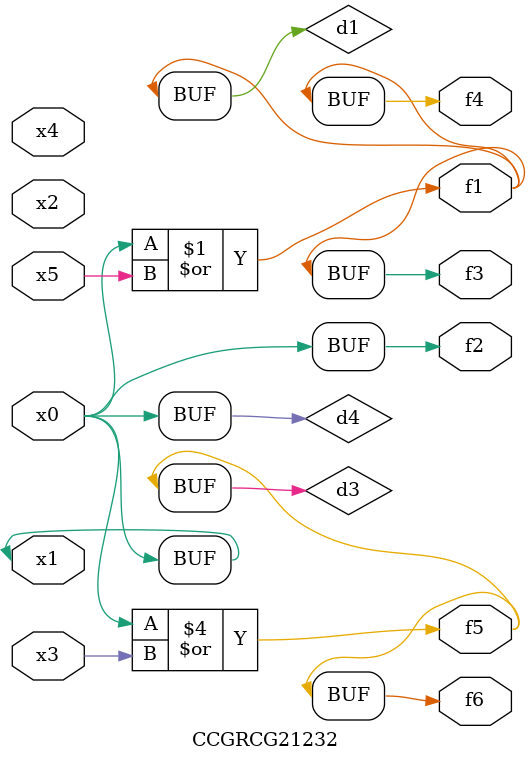
<source format=v>
module CCGRCG21232(
	input x0, x1, x2, x3, x4, x5,
	output f1, f2, f3, f4, f5, f6
);

	wire d1, d2, d3, d4;

	or (d1, x0, x5);
	xnor (d2, x1, x4);
	or (d3, x0, x3);
	buf (d4, x0, x1);
	assign f1 = d1;
	assign f2 = d4;
	assign f3 = d1;
	assign f4 = d1;
	assign f5 = d3;
	assign f6 = d3;
endmodule

</source>
